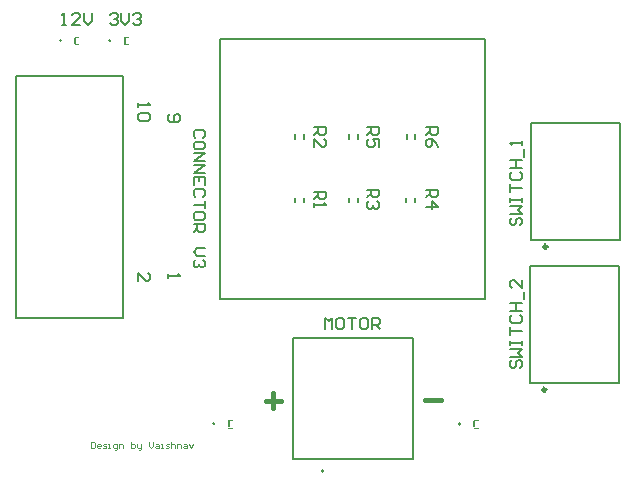
<source format=gto>
G04*
G04 #@! TF.GenerationSoftware,Altium Limited,Altium Designer,20.1.8 (145)*
G04*
G04 Layer_Color=65535*
%FSLAX25Y25*%
%MOIN*%
G70*
G04*
G04 #@! TF.SameCoordinates,FB41AF91-CB0D-428D-8178-E64408BCF0C5*
G04*
G04*
G04 #@! TF.FilePolarity,Positive*
G04*
G01*
G75*
%ADD10C,0.00591*%
%ADD11C,0.00787*%
%ADD12C,0.01181*%
%ADD13C,0.00394*%
%ADD14C,0.00500*%
%ADD15C,0.01575*%
%ADD16C,0.00600*%
%ADD17R,0.00689X0.02362*%
D10*
X149213Y13740D02*
G03*
X149213Y13740I-295J0D01*
G01*
X16169Y141550D02*
G03*
X16169Y141550I-295J0D01*
G01*
X32564D02*
G03*
X32564Y141550I-295J0D01*
G01*
X67323Y13740D02*
G03*
X67323Y13740I-295J0D01*
G01*
D11*
X103658Y-1969D02*
G03*
X103658Y-1969I-394J0D01*
G01*
X133913Y87631D02*
Y89206D01*
X131157Y87631D02*
Y89206D01*
X114913Y87631D02*
Y89206D01*
X112157Y87631D02*
Y89206D01*
X96913Y87631D02*
Y89206D01*
X94157Y87631D02*
Y89206D01*
X131299Y108661D02*
Y110236D01*
X134055Y108661D02*
Y110236D01*
X112157Y108677D02*
Y110252D01*
X114913Y108677D02*
Y110252D01*
X96913Y108677D02*
Y110252D01*
X94157Y108677D02*
Y110252D01*
X68973Y55504D02*
Y142118D01*
X157555D01*
Y55504D02*
Y142118D01*
X68973Y55504D02*
X157555D01*
X36614Y48996D02*
Y129744D01*
X1181D02*
X36614D01*
X1181Y48996D02*
X36614D01*
X1181D02*
Y129744D01*
X32283Y150130D02*
X32939Y150786D01*
X34251D01*
X34907Y150130D01*
Y149474D01*
X34251Y148818D01*
X33595D01*
X34251D01*
X34907Y148162D01*
Y147506D01*
X34251Y146850D01*
X32939D01*
X32283Y147506D01*
X36219Y150786D02*
Y148162D01*
X37531Y146850D01*
X38843Y148162D01*
Y150786D01*
X40155Y150130D02*
X40811Y150786D01*
X42123D01*
X42779Y150130D01*
Y149474D01*
X42123Y148818D01*
X41467D01*
X42123D01*
X42779Y148162D01*
Y147506D01*
X42123Y146850D01*
X40811D01*
X40155Y147506D01*
X16535Y146850D02*
X17847D01*
X17191D01*
Y150786D01*
X16535Y150130D01*
X22439Y146850D02*
X19815D01*
X22439Y149474D01*
Y150130D01*
X21783Y150786D01*
X20471D01*
X19815Y150130D01*
X23751Y150786D02*
Y148162D01*
X25063Y146850D01*
X26375Y148162D01*
Y150786D01*
X103937Y45276D02*
Y49211D01*
X105249Y47899D01*
X106561Y49211D01*
Y45276D01*
X109841Y49211D02*
X108529D01*
X107873Y48555D01*
Y45932D01*
X108529Y45276D01*
X109841D01*
X110497Y45932D01*
Y48555D01*
X109841Y49211D01*
X111809D02*
X114432D01*
X113120D01*
Y45276D01*
X117712Y49211D02*
X116400D01*
X115744Y48555D01*
Y45932D01*
X116400Y45276D01*
X117712D01*
X118368Y45932D01*
Y48555D01*
X117712Y49211D01*
X119680Y45276D02*
Y49211D01*
X121648D01*
X122304Y48555D01*
Y47243D01*
X121648Y46587D01*
X119680D01*
X120992D02*
X122304Y45276D01*
X166537Y82545D02*
X165881Y81889D01*
Y80577D01*
X166537Y79921D01*
X167193D01*
X167849Y80577D01*
Y81889D01*
X168505Y82545D01*
X169160D01*
X169817Y81889D01*
Y80577D01*
X169160Y79921D01*
X165881Y83857D02*
X169817D01*
X168505Y85169D01*
X169817Y86481D01*
X165881D01*
Y87793D02*
Y89105D01*
Y88449D01*
X169817D01*
Y87793D01*
Y89105D01*
X165881Y91072D02*
Y93696D01*
Y92384D01*
X169817D01*
X166537Y97632D02*
X165881Y96976D01*
Y95664D01*
X166537Y95008D01*
X169160D01*
X169817Y95664D01*
Y96976D01*
X169160Y97632D01*
X165881Y98944D02*
X169817D01*
X167849D01*
Y101568D01*
X165881D01*
X169817D01*
X170472Y102880D02*
Y105504D01*
X169817Y106816D02*
Y108127D01*
Y107471D01*
X165881D01*
X166537Y106816D01*
Y34907D02*
X165881Y34251D01*
Y32939D01*
X166537Y32283D01*
X167193D01*
X167849Y32939D01*
Y34251D01*
X168505Y34907D01*
X169160D01*
X169817Y34251D01*
Y32939D01*
X169160Y32283D01*
X165881Y36219D02*
X169817D01*
X168505Y37531D01*
X169817Y38843D01*
X165881D01*
Y40155D02*
Y41467D01*
Y40811D01*
X169817D01*
Y40155D01*
Y41467D01*
X165881Y43435D02*
Y46058D01*
Y44747D01*
X169817D01*
X166537Y49994D02*
X165881Y49338D01*
Y48026D01*
X166537Y47370D01*
X169160D01*
X169817Y48026D01*
Y49338D01*
X169160Y49994D01*
X165881Y51306D02*
X169817D01*
X167849D01*
Y53930D01*
X165881D01*
X169817D01*
X170472Y55242D02*
Y57866D01*
X169817Y61801D02*
Y59178D01*
X167193Y61801D01*
X166537D01*
X165881Y61146D01*
Y59834D01*
X166537Y59178D01*
X63516Y109187D02*
X64172Y109843D01*
Y111155D01*
X63516Y111811D01*
X60892D01*
X60236Y111155D01*
Y109843D01*
X60892Y109187D01*
X64172Y105907D02*
Y107219D01*
X63516Y107875D01*
X60892D01*
X60236Y107219D01*
Y105907D01*
X60892Y105252D01*
X63516D01*
X64172Y105907D01*
X60236Y103939D02*
X64172D01*
X60236Y101316D01*
X64172D01*
X60236Y100004D02*
X64172D01*
X60236Y97380D01*
X64172D01*
Y93444D02*
Y96068D01*
X60236D01*
Y93444D01*
X62204Y96068D02*
Y94756D01*
X63516Y89508D02*
X64172Y90164D01*
Y91476D01*
X63516Y92132D01*
X60892D01*
X60236Y91476D01*
Y90164D01*
X60892Y89508D01*
X64172Y88197D02*
Y85573D01*
Y86885D01*
X60236D01*
X64172Y82293D02*
Y83605D01*
X63516Y84261D01*
X60892D01*
X60236Y83605D01*
Y82293D01*
X60892Y81637D01*
X63516D01*
X64172Y82293D01*
X60236Y80325D02*
X64172D01*
Y78357D01*
X63516Y77701D01*
X62204D01*
X61548Y78357D01*
Y80325D01*
Y79013D02*
X60236Y77701D01*
X64172Y72454D02*
X61548D01*
X60236Y71142D01*
X61548Y69830D01*
X64172D01*
X63516Y68518D02*
X64172Y67862D01*
Y66550D01*
X63516Y65894D01*
X62860D01*
X62204Y66550D01*
Y67206D01*
Y66550D01*
X61548Y65894D01*
X60892D01*
X60236Y66550D01*
Y67862D01*
X60892Y68518D01*
X100394Y91207D02*
X104330D01*
Y89239D01*
X103674Y88583D01*
X102362D01*
X101706Y89239D01*
Y91207D01*
Y89895D02*
X100394Y88583D01*
Y87271D02*
Y85959D01*
Y86615D01*
X104330D01*
X103674Y87271D01*
X100394Y112729D02*
X104330D01*
Y110761D01*
X103674Y110105D01*
X102362D01*
X101706Y110761D01*
Y112729D01*
Y111417D02*
X100394Y110105D01*
Y106169D02*
Y108793D01*
X103018Y106169D01*
X103674D01*
X104330Y106825D01*
Y108137D01*
X103674Y108793D01*
X118111Y91862D02*
X122047D01*
Y89895D01*
X121391Y89239D01*
X120079D01*
X119423Y89895D01*
Y91862D01*
Y90551D02*
X118111Y89239D01*
X121391Y87927D02*
X122047Y87271D01*
Y85959D01*
X121391Y85303D01*
X120735D01*
X120079Y85959D01*
Y86615D01*
Y85959D01*
X119423Y85303D01*
X118767D01*
X118111Y85959D01*
Y87271D01*
X118767Y87927D01*
X137796Y91862D02*
X141732D01*
Y89895D01*
X141076Y89239D01*
X139764D01*
X139108Y89895D01*
Y91862D01*
Y90551D02*
X137796Y89239D01*
Y85959D02*
X141732D01*
X139764Y87927D01*
Y85303D01*
X118111Y112729D02*
X122047D01*
Y110761D01*
X121391Y110105D01*
X120079D01*
X119423Y110761D01*
Y112729D01*
Y111417D02*
X118111Y110105D01*
X122047Y106169D02*
Y108793D01*
X120079D01*
X120735Y107481D01*
Y106825D01*
X120079Y106169D01*
X118767D01*
X118111Y106825D01*
Y108137D01*
X118767Y108793D01*
X137796Y112729D02*
X141732D01*
Y110761D01*
X141076Y110105D01*
X139764D01*
X139108Y110761D01*
Y112729D01*
Y111417D02*
X137796Y110105D01*
X141732Y106169D02*
X141076Y107481D01*
X139764Y108793D01*
X138452D01*
X137796Y108137D01*
Y106825D01*
X138452Y106169D01*
X139108D01*
X139764Y106825D01*
Y108793D01*
D12*
X178116Y72835D02*
G03*
X178116Y72835I-557J0D01*
G01*
X177722Y25197D02*
G03*
X177722Y25197I-557J0D01*
G01*
D13*
X153740Y12559D02*
X154921D01*
X153740Y14921D02*
X154921D01*
X20697Y140369D02*
X21878D01*
X20697Y142731D02*
X21878D01*
X37092Y140369D02*
X38273D01*
X37092Y142731D02*
X38273D01*
X71850Y12559D02*
X73032D01*
X71850Y14921D02*
X73032D01*
X25984Y7742D02*
Y5774D01*
X26968D01*
X27296Y6102D01*
Y7414D01*
X26968Y7742D01*
X25984D01*
X28936Y5774D02*
X28280D01*
X27952Y6102D01*
Y6758D01*
X28280Y7086D01*
X28936D01*
X29264Y6758D01*
Y6430D01*
X27952D01*
X29920Y5774D02*
X30904D01*
X31232Y6102D01*
X30904Y6430D01*
X30248D01*
X29920Y6758D01*
X30248Y7086D01*
X31232D01*
X31888Y5774D02*
X32544D01*
X32216D01*
Y7086D01*
X31888D01*
X34184Y5118D02*
X34512D01*
X34840Y5446D01*
Y7086D01*
X33856D01*
X33528Y6758D01*
Y6102D01*
X33856Y5774D01*
X34840D01*
X35496D02*
Y7086D01*
X36479D01*
X36808Y6758D01*
Y5774D01*
X39431Y7742D02*
Y5774D01*
X40415D01*
X40743Y6102D01*
Y6430D01*
Y6758D01*
X40415Y7086D01*
X39431D01*
X41399D02*
Y6102D01*
X41727Y5774D01*
X42711D01*
Y5446D01*
X42383Y5118D01*
X42055D01*
X42711Y5774D02*
Y7086D01*
X45335Y7742D02*
Y6430D01*
X45991Y5774D01*
X46647Y6430D01*
Y7742D01*
X47631Y7086D02*
X48287D01*
X48615Y6758D01*
Y5774D01*
X47631D01*
X47303Y6102D01*
X47631Y6430D01*
X48615D01*
X49271Y5774D02*
X49926D01*
X49599D01*
Y7086D01*
X49271D01*
X50911Y5774D02*
X51894D01*
X52222Y6102D01*
X51894Y6430D01*
X51239D01*
X50911Y6758D01*
X51239Y7086D01*
X52222D01*
X52878Y7742D02*
Y5774D01*
Y6758D01*
X53206Y7086D01*
X53862D01*
X54190Y6758D01*
Y5774D01*
X54846D02*
Y7086D01*
X55830D01*
X56158Y6758D01*
Y5774D01*
X57142Y7086D02*
X57798D01*
X58126Y6758D01*
Y5774D01*
X57142D01*
X56814Y6102D01*
X57142Y6430D01*
X58126D01*
X58782Y7086D02*
X59438Y5774D01*
X60094Y7086D01*
D14*
X93264Y1968D02*
X133264D01*
X93264Y42323D02*
X133264D01*
Y1968D02*
Y42323D01*
X93264Y1968D02*
Y42323D01*
X202559Y75000D02*
Y113976D01*
X172638D02*
X202559D01*
X172638Y75000D02*
X202559D01*
X172638D02*
Y113976D01*
X202166Y27362D02*
Y66339D01*
X172244D02*
X202166D01*
X172244Y27362D02*
X202166D01*
X172244D02*
Y66339D01*
D15*
X137402Y21654D02*
X142649D01*
X84252Y21521D02*
X89500D01*
X86876Y24145D02*
Y18898D01*
D16*
X52399Y117087D02*
X51732Y116420D01*
Y115087D01*
X52399Y114421D01*
X55064D01*
X55731Y115087D01*
Y116420D01*
X55064Y117087D01*
X54398D01*
X53732Y116420D01*
Y114421D01*
X41732Y120866D02*
Y119533D01*
Y120200D01*
X45731D01*
X45065Y120866D01*
Y117534D02*
X45731Y116867D01*
Y115534D01*
X45065Y114868D01*
X42399D01*
X41732Y115534D01*
Y116867D01*
X42399Y117534D01*
X45065D01*
X41732Y61350D02*
Y64016D01*
X44398Y61350D01*
X45065D01*
X45731Y62016D01*
Y63349D01*
X45065Y64016D01*
X51732Y63622D02*
Y62289D01*
Y62956D01*
X55731D01*
X55064Y63622D01*
D17*
X153888Y13740D02*
D03*
X20845Y141550D02*
D03*
X37239Y141550D02*
D03*
X71998Y13740D02*
D03*
M02*

</source>
